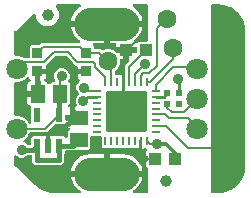
<source format=gbr>
G04 EAGLE Gerber RS-274X export*
G75*
%MOMM*%
%FSLAX34Y34*%
%LPD*%
%INBottom Copper*%
%IPPOS*%
%AMOC8*
5,1,8,0,0,1.08239X$1,22.5*%
G01*
%ADD10C,1.000000*%
%ADD11R,1.240000X1.500000*%
%ADD12R,1.500000X1.240000*%
%ADD13R,0.900000X0.900000*%
%ADD14C,0.350000*%
%ADD15R,0.800000X0.250000*%
%ADD16R,0.250000X0.800000*%
%ADD17C,1.600000*%
%ADD18R,1.075000X1.000000*%
%ADD19R,0.550000X1.200000*%
%ADD20C,1.800000*%
%ADD21C,2.800000*%
%ADD22R,0.500000X0.500000*%
%ADD23C,0.906400*%
%ADD24C,0.203200*%
%ADD25C,0.406400*%
%ADD26C,0.254000*%
%ADD27C,0.304800*%
%ADD28C,0.800100*%

G36*
X298472Y-80007D02*
X298472Y-80007D01*
X298550Y-80005D01*
X301927Y-79740D01*
X301995Y-79726D01*
X302064Y-79721D01*
X302220Y-79681D01*
X308644Y-77594D01*
X308751Y-77544D01*
X308862Y-77500D01*
X308913Y-77467D01*
X308932Y-77459D01*
X308947Y-77446D01*
X308998Y-77414D01*
X314462Y-73443D01*
X314549Y-73362D01*
X314596Y-73323D01*
X314602Y-73319D01*
X314603Y-73318D01*
X314641Y-73286D01*
X314679Y-73240D01*
X314694Y-73226D01*
X314705Y-73208D01*
X314743Y-73162D01*
X318714Y-67698D01*
X318771Y-67594D01*
X318835Y-67494D01*
X318857Y-67437D01*
X318867Y-67419D01*
X318872Y-67399D01*
X318894Y-67344D01*
X320981Y-60920D01*
X320994Y-60852D01*
X321017Y-60786D01*
X321040Y-60627D01*
X321305Y-57250D01*
X321305Y-57246D01*
X321306Y-57243D01*
X321305Y-57224D01*
X321309Y-57150D01*
X321309Y57150D01*
X321307Y57172D01*
X321305Y57250D01*
X321040Y60627D01*
X321026Y60695D01*
X321021Y60764D01*
X320981Y60920D01*
X318894Y67344D01*
X318843Y67451D01*
X318800Y67562D01*
X318767Y67613D01*
X318759Y67632D01*
X318746Y67647D01*
X318714Y67698D01*
X314743Y73162D01*
X314662Y73249D01*
X314587Y73341D01*
X314540Y73379D01*
X314526Y73394D01*
X314509Y73405D01*
X314463Y73443D01*
X308998Y77414D01*
X308894Y77471D01*
X308794Y77535D01*
X308737Y77557D01*
X308719Y77567D01*
X308699Y77572D01*
X308644Y77594D01*
X302220Y79681D01*
X302152Y79694D01*
X302086Y79717D01*
X301927Y79740D01*
X298550Y80005D01*
X298528Y80004D01*
X298450Y80009D01*
X293370Y80009D01*
X293252Y79994D01*
X293133Y79987D01*
X293095Y79974D01*
X293054Y79969D01*
X292944Y79926D01*
X292831Y79889D01*
X292796Y79867D01*
X292759Y79852D01*
X292663Y79783D01*
X292562Y79719D01*
X292534Y79689D01*
X292501Y79666D01*
X292426Y79574D01*
X292344Y79487D01*
X292324Y79452D01*
X292299Y79421D01*
X292248Y79313D01*
X292190Y79209D01*
X292180Y79169D01*
X292163Y79133D01*
X292141Y79016D01*
X292111Y78901D01*
X292107Y78841D01*
X292103Y78821D01*
X292105Y78800D01*
X292101Y78740D01*
X292101Y-78740D01*
X292116Y-78858D01*
X292123Y-78977D01*
X292136Y-79015D01*
X292141Y-79056D01*
X292184Y-79166D01*
X292221Y-79279D01*
X292243Y-79314D01*
X292258Y-79351D01*
X292328Y-79447D01*
X292391Y-79548D01*
X292421Y-79576D01*
X292444Y-79609D01*
X292536Y-79685D01*
X292623Y-79766D01*
X292658Y-79786D01*
X292689Y-79811D01*
X292797Y-79862D01*
X292901Y-79920D01*
X292941Y-79930D01*
X292977Y-79947D01*
X293094Y-79969D01*
X293209Y-79999D01*
X293270Y-80003D01*
X293290Y-80007D01*
X293310Y-80005D01*
X293370Y-80009D01*
X298450Y-80009D01*
X298472Y-80007D01*
G37*
G36*
X180756Y-79991D02*
X180756Y-79991D01*
X180901Y-79976D01*
X180914Y-79971D01*
X180927Y-79969D01*
X181062Y-79916D01*
X181199Y-79865D01*
X181210Y-79857D01*
X181223Y-79852D01*
X181341Y-79767D01*
X181460Y-79684D01*
X181469Y-79674D01*
X181480Y-79666D01*
X181573Y-79553D01*
X181668Y-79443D01*
X181674Y-79431D01*
X181683Y-79421D01*
X181745Y-79289D01*
X181810Y-79158D01*
X181813Y-79145D01*
X181818Y-79133D01*
X181846Y-78990D01*
X181876Y-78847D01*
X181876Y-78834D01*
X181878Y-78821D01*
X181869Y-78676D01*
X181863Y-78530D01*
X181859Y-78516D01*
X181858Y-78503D01*
X181814Y-78365D01*
X181772Y-78225D01*
X181765Y-78213D01*
X181760Y-78201D01*
X181682Y-78077D01*
X181607Y-77953D01*
X181598Y-77943D01*
X181590Y-77932D01*
X181484Y-77832D01*
X181380Y-77730D01*
X181365Y-77720D01*
X181359Y-77714D01*
X181344Y-77706D01*
X181246Y-77641D01*
X180626Y-77283D01*
X178906Y-75963D01*
X177372Y-74429D01*
X176052Y-72709D01*
X174968Y-70832D01*
X174139Y-68828D01*
X173577Y-66734D01*
X173486Y-66039D01*
X202565Y-66039D01*
X202683Y-66024D01*
X202802Y-66017D01*
X202840Y-66004D01*
X202880Y-65999D01*
X202991Y-65956D01*
X203104Y-65919D01*
X203138Y-65897D01*
X203176Y-65882D01*
X203272Y-65812D01*
X203373Y-65749D01*
X203401Y-65719D01*
X203433Y-65695D01*
X203509Y-65604D01*
X203591Y-65517D01*
X203610Y-65482D01*
X203636Y-65451D01*
X203687Y-65343D01*
X203744Y-65239D01*
X203755Y-65199D01*
X203772Y-65163D01*
X203794Y-65046D01*
X203824Y-64931D01*
X203828Y-64870D01*
X203832Y-64850D01*
X203830Y-64830D01*
X203834Y-64770D01*
X203834Y-63499D01*
X203836Y-63499D01*
X203836Y-64770D01*
X203851Y-64888D01*
X203858Y-65007D01*
X203871Y-65045D01*
X203876Y-65085D01*
X203920Y-65196D01*
X203956Y-65309D01*
X203978Y-65344D01*
X203993Y-65381D01*
X204063Y-65477D01*
X204126Y-65578D01*
X204156Y-65606D01*
X204180Y-65639D01*
X204271Y-65714D01*
X204358Y-65796D01*
X204393Y-65816D01*
X204425Y-65841D01*
X204532Y-65892D01*
X204637Y-65950D01*
X204676Y-65960D01*
X204712Y-65977D01*
X204829Y-65999D01*
X204944Y-66029D01*
X205005Y-66033D01*
X205025Y-66037D01*
X205045Y-66035D01*
X205105Y-66039D01*
X234184Y-66039D01*
X234093Y-66734D01*
X233531Y-68828D01*
X232702Y-70832D01*
X231618Y-72709D01*
X230298Y-74429D01*
X228764Y-75963D01*
X227044Y-77283D01*
X226424Y-77641D01*
X226308Y-77729D01*
X226190Y-77814D01*
X226181Y-77825D01*
X226171Y-77833D01*
X226080Y-77947D01*
X225987Y-78059D01*
X225981Y-78072D01*
X225973Y-78082D01*
X225913Y-78216D01*
X225852Y-78347D01*
X225849Y-78360D01*
X225843Y-78373D01*
X225819Y-78518D01*
X225792Y-78660D01*
X225793Y-78673D01*
X225790Y-78686D01*
X225803Y-78832D01*
X225812Y-78977D01*
X225816Y-78990D01*
X225817Y-79003D01*
X225865Y-79141D01*
X225910Y-79279D01*
X225917Y-79291D01*
X225921Y-79304D01*
X226002Y-79425D01*
X226080Y-79548D01*
X226090Y-79557D01*
X226097Y-79569D01*
X226205Y-79666D01*
X226311Y-79766D01*
X226323Y-79773D01*
X226333Y-79782D01*
X226463Y-79849D01*
X226590Y-79920D01*
X226603Y-79923D01*
X226615Y-79929D01*
X226757Y-79963D01*
X226898Y-79999D01*
X226916Y-80000D01*
X226924Y-80002D01*
X226942Y-80002D01*
X227058Y-80009D01*
X237490Y-80009D01*
X237608Y-79994D01*
X237727Y-79987D01*
X237765Y-79974D01*
X237806Y-79969D01*
X237916Y-79926D01*
X238029Y-79889D01*
X238064Y-79867D01*
X238101Y-79852D01*
X238197Y-79783D01*
X238298Y-79719D01*
X238326Y-79689D01*
X238359Y-79666D01*
X238435Y-79574D01*
X238516Y-79487D01*
X238536Y-79452D01*
X238561Y-79421D01*
X238612Y-79313D01*
X238670Y-79209D01*
X238680Y-79169D01*
X238697Y-79133D01*
X238719Y-79016D01*
X238749Y-78901D01*
X238753Y-78841D01*
X238757Y-78821D01*
X238755Y-78800D01*
X238759Y-78740D01*
X238759Y-59045D01*
X238746Y-58940D01*
X238742Y-58834D01*
X238726Y-58783D01*
X238719Y-58729D01*
X238680Y-58631D01*
X238650Y-58530D01*
X238622Y-58484D01*
X238602Y-58433D01*
X238540Y-58348D01*
X238486Y-58257D01*
X238447Y-58220D01*
X238416Y-58176D01*
X238334Y-58109D01*
X238259Y-58035D01*
X238187Y-57987D01*
X238171Y-57973D01*
X238156Y-57967D01*
X238125Y-57945D01*
X237930Y-57833D01*
X237457Y-57360D01*
X237122Y-56781D01*
X236949Y-56134D01*
X236949Y-53299D01*
X237490Y-53299D01*
X237608Y-53284D01*
X237727Y-53277D01*
X237765Y-53264D01*
X237806Y-53259D01*
X237916Y-53216D01*
X238029Y-53179D01*
X238064Y-53157D01*
X238101Y-53142D01*
X238197Y-53073D01*
X238298Y-53009D01*
X238326Y-52979D01*
X238359Y-52956D01*
X238435Y-52864D01*
X238516Y-52777D01*
X238536Y-52742D01*
X238561Y-52711D01*
X238612Y-52603D01*
X238670Y-52499D01*
X238680Y-52459D01*
X238697Y-52423D01*
X238719Y-52306D01*
X238749Y-52191D01*
X238753Y-52131D01*
X238757Y-52111D01*
X238755Y-52090D01*
X238759Y-52030D01*
X238759Y-49570D01*
X238744Y-49452D01*
X238737Y-49333D01*
X238724Y-49295D01*
X238719Y-49254D01*
X238676Y-49144D01*
X238639Y-49031D01*
X238617Y-48996D01*
X238602Y-48959D01*
X238533Y-48862D01*
X238469Y-48762D01*
X238439Y-48734D01*
X238416Y-48701D01*
X238324Y-48625D01*
X238237Y-48544D01*
X238202Y-48524D01*
X238171Y-48499D01*
X238063Y-48448D01*
X237959Y-48390D01*
X237919Y-48380D01*
X237883Y-48363D01*
X237766Y-48341D01*
X237651Y-48311D01*
X237591Y-48307D01*
X237571Y-48303D01*
X237550Y-48305D01*
X237490Y-48301D01*
X236949Y-48301D01*
X236949Y-45466D01*
X237122Y-44819D01*
X237457Y-44240D01*
X237702Y-43995D01*
X237788Y-43885D01*
X237876Y-43778D01*
X237885Y-43759D01*
X237897Y-43743D01*
X237953Y-43616D01*
X238012Y-43490D01*
X238016Y-43470D01*
X238024Y-43451D01*
X238045Y-43314D01*
X238072Y-43177D01*
X238070Y-43157D01*
X238074Y-43137D01*
X238060Y-42999D01*
X238052Y-42860D01*
X238046Y-42841D01*
X238044Y-42821D01*
X237997Y-42689D01*
X237954Y-42558D01*
X237943Y-42541D01*
X237936Y-42521D01*
X237858Y-42406D01*
X237784Y-42289D01*
X237769Y-42275D01*
X237758Y-42258D01*
X237653Y-42166D01*
X237552Y-42071D01*
X237534Y-42061D01*
X237519Y-42048D01*
X237395Y-41984D01*
X237274Y-41917D01*
X237254Y-41912D01*
X237236Y-41903D01*
X237100Y-41873D01*
X236966Y-41838D01*
X236938Y-41836D01*
X236926Y-41833D01*
X236905Y-41834D01*
X236805Y-41828D01*
X235996Y-41828D01*
X235904Y-41839D01*
X235812Y-41841D01*
X235747Y-41859D01*
X235680Y-41868D01*
X235594Y-41902D01*
X235505Y-41926D01*
X235400Y-41978D01*
X235385Y-41985D01*
X235378Y-41990D01*
X235361Y-41998D01*
X235076Y-42163D01*
X234429Y-42336D01*
X234114Y-42336D01*
X234114Y-35795D01*
X234099Y-35677D01*
X234092Y-35558D01*
X234080Y-35520D01*
X234075Y-35480D01*
X234031Y-35369D01*
X233994Y-35256D01*
X233972Y-35222D01*
X233958Y-35184D01*
X233888Y-35088D01*
X233824Y-34987D01*
X233794Y-34959D01*
X233771Y-34927D01*
X233679Y-34851D01*
X233592Y-34769D01*
X233557Y-34750D01*
X233526Y-34724D01*
X233418Y-34673D01*
X233314Y-34616D01*
X233275Y-34606D01*
X233238Y-34588D01*
X233121Y-34566D01*
X233006Y-34536D01*
X232946Y-34532D01*
X232926Y-34529D01*
X232925Y-34529D01*
X232905Y-34530D01*
X232845Y-34526D01*
X232727Y-34541D01*
X232608Y-34548D01*
X232569Y-34561D01*
X232529Y-34566D01*
X232419Y-34610D01*
X232305Y-34646D01*
X232271Y-34668D01*
X232234Y-34683D01*
X232137Y-34753D01*
X232037Y-34817D01*
X232009Y-34846D01*
X231976Y-34870D01*
X231900Y-34962D01*
X231819Y-35048D01*
X231799Y-35084D01*
X231773Y-35115D01*
X231723Y-35222D01*
X231665Y-35327D01*
X231655Y-35366D01*
X231638Y-35402D01*
X231616Y-35519D01*
X231586Y-35635D01*
X231582Y-35695D01*
X231578Y-35715D01*
X231579Y-35735D01*
X231576Y-35795D01*
X231576Y-42336D01*
X231261Y-42336D01*
X230614Y-42163D01*
X230329Y-41998D01*
X230244Y-41962D01*
X230163Y-41917D01*
X230098Y-41901D01*
X230036Y-41875D01*
X229944Y-41861D01*
X229855Y-41838D01*
X229738Y-41831D01*
X229721Y-41828D01*
X229713Y-41829D01*
X229694Y-41828D01*
X200753Y-41828D01*
X199562Y-40637D01*
X199562Y-32847D01*
X199547Y-32729D01*
X199540Y-32610D01*
X199527Y-32572D01*
X199522Y-32531D01*
X199479Y-32421D01*
X199442Y-32308D01*
X199420Y-32273D01*
X199405Y-32236D01*
X199336Y-32140D01*
X199272Y-32039D01*
X199242Y-32011D01*
X199219Y-31978D01*
X199127Y-31902D01*
X199040Y-31821D01*
X199005Y-31801D01*
X198974Y-31776D01*
X198866Y-31725D01*
X198762Y-31667D01*
X198722Y-31657D01*
X198686Y-31640D01*
X198569Y-31618D01*
X198454Y-31588D01*
X198394Y-31584D01*
X198374Y-31580D01*
X198353Y-31582D01*
X198293Y-31578D01*
X191142Y-31578D01*
X191024Y-31593D01*
X190905Y-31600D01*
X190867Y-31613D01*
X190826Y-31618D01*
X190716Y-31661D01*
X190603Y-31698D01*
X190568Y-31720D01*
X190531Y-31735D01*
X190435Y-31804D01*
X190334Y-31868D01*
X190306Y-31898D01*
X190273Y-31921D01*
X190197Y-32013D01*
X190116Y-32100D01*
X190096Y-32135D01*
X190071Y-32166D01*
X190020Y-32274D01*
X189962Y-32378D01*
X189952Y-32418D01*
X189935Y-32454D01*
X189913Y-32571D01*
X189883Y-32686D01*
X189879Y-32746D01*
X189875Y-32766D01*
X189877Y-32787D01*
X189873Y-32847D01*
X189873Y-41942D01*
X188682Y-43133D01*
X178381Y-43133D01*
X178283Y-43145D01*
X178184Y-43148D01*
X178126Y-43165D01*
X178066Y-43173D01*
X177974Y-43209D01*
X177879Y-43237D01*
X177827Y-43267D01*
X177770Y-43290D01*
X177690Y-43348D01*
X177605Y-43398D01*
X177529Y-43464D01*
X177513Y-43476D01*
X177505Y-43486D01*
X177484Y-43504D01*
X177253Y-43736D01*
X169857Y-43736D01*
X169739Y-43751D01*
X169620Y-43758D01*
X169582Y-43771D01*
X169541Y-43776D01*
X169431Y-43819D01*
X169318Y-43856D01*
X169283Y-43878D01*
X169246Y-43893D01*
X169150Y-43962D01*
X169049Y-44026D01*
X169021Y-44056D01*
X168988Y-44079D01*
X168912Y-44171D01*
X168831Y-44258D01*
X168811Y-44293D01*
X168786Y-44324D01*
X168735Y-44432D01*
X168677Y-44536D01*
X168667Y-44576D01*
X168650Y-44612D01*
X168628Y-44729D01*
X168598Y-44844D01*
X168594Y-44904D01*
X168590Y-44924D01*
X168592Y-44945D01*
X168588Y-45005D01*
X168588Y-46513D01*
X168241Y-46859D01*
X168181Y-46938D01*
X168113Y-47010D01*
X168084Y-47063D01*
X168047Y-47111D01*
X168007Y-47201D01*
X167959Y-47288D01*
X167944Y-47347D01*
X167920Y-47402D01*
X167905Y-47500D01*
X167880Y-47596D01*
X167874Y-47696D01*
X167870Y-47716D01*
X167872Y-47729D01*
X167870Y-47757D01*
X167870Y-53754D01*
X165489Y-56135D01*
X143121Y-56135D01*
X140740Y-53754D01*
X140740Y-48514D01*
X140725Y-48396D01*
X140718Y-48277D01*
X140705Y-48239D01*
X140700Y-48198D01*
X140657Y-48088D01*
X140620Y-47975D01*
X140598Y-47940D01*
X140583Y-47903D01*
X140514Y-47807D01*
X140450Y-47706D01*
X140420Y-47678D01*
X140397Y-47645D01*
X140305Y-47569D01*
X140218Y-47488D01*
X140183Y-47468D01*
X140152Y-47443D01*
X140044Y-47392D01*
X139940Y-47334D01*
X139900Y-47324D01*
X139864Y-47307D01*
X139747Y-47285D01*
X139632Y-47255D01*
X139572Y-47251D01*
X139552Y-47247D01*
X139531Y-47249D01*
X139471Y-47245D01*
X137825Y-47245D01*
X137727Y-47257D01*
X137628Y-47260D01*
X137570Y-47277D01*
X137509Y-47285D01*
X137417Y-47321D01*
X137322Y-47349D01*
X137270Y-47379D01*
X137214Y-47402D01*
X137134Y-47460D01*
X137048Y-47510D01*
X136973Y-47576D01*
X136956Y-47588D01*
X136949Y-47598D01*
X136927Y-47616D01*
X135799Y-48745D01*
X133386Y-49745D01*
X130774Y-49745D01*
X128361Y-48745D01*
X127898Y-48281D01*
X127788Y-48196D01*
X127681Y-48108D01*
X127662Y-48099D01*
X127646Y-48087D01*
X127518Y-48031D01*
X127393Y-47972D01*
X127373Y-47968D01*
X127354Y-47960D01*
X127216Y-47938D01*
X127081Y-47912D01*
X127060Y-47913D01*
X127040Y-47910D01*
X126901Y-47923D01*
X126763Y-47932D01*
X126744Y-47938D01*
X126724Y-47940D01*
X126593Y-47987D01*
X126461Y-48030D01*
X126443Y-48041D01*
X126424Y-48048D01*
X126310Y-48126D01*
X126192Y-48200D01*
X126178Y-48215D01*
X126161Y-48226D01*
X126069Y-48330D01*
X125974Y-48432D01*
X125964Y-48450D01*
X125951Y-48465D01*
X125888Y-48588D01*
X125820Y-48710D01*
X125815Y-48730D01*
X125806Y-48748D01*
X125776Y-48884D01*
X125741Y-49018D01*
X125739Y-49046D01*
X125737Y-49058D01*
X125737Y-49079D01*
X125731Y-49179D01*
X125731Y-56515D01*
X125746Y-56633D01*
X125753Y-56752D01*
X125766Y-56790D01*
X125771Y-56831D01*
X125814Y-56941D01*
X125851Y-57054D01*
X125873Y-57089D01*
X125888Y-57126D01*
X125958Y-57222D01*
X126021Y-57323D01*
X126051Y-57351D01*
X126074Y-57384D01*
X126166Y-57460D01*
X126253Y-57541D01*
X126288Y-57561D01*
X126319Y-57586D01*
X126427Y-57637D01*
X126531Y-57695D01*
X126571Y-57705D01*
X126607Y-57722D01*
X126724Y-57744D01*
X126839Y-57774D01*
X126900Y-57778D01*
X126920Y-57782D01*
X126940Y-57780D01*
X127000Y-57784D01*
X128052Y-57784D01*
X143582Y-73314D01*
X143598Y-73327D01*
X143643Y-73371D01*
X145766Y-75233D01*
X145803Y-75258D01*
X145834Y-75289D01*
X145968Y-75378D01*
X150849Y-78196D01*
X150928Y-78229D01*
X151003Y-78271D01*
X151132Y-78315D01*
X151142Y-78319D01*
X151147Y-78320D01*
X151155Y-78323D01*
X156599Y-79781D01*
X156643Y-79787D01*
X156685Y-79801D01*
X156845Y-79822D01*
X159663Y-80007D01*
X159684Y-80005D01*
X159746Y-80009D01*
X180612Y-80009D01*
X180756Y-79991D01*
G37*
G36*
X217963Y12951D02*
X217963Y12951D01*
X218082Y12958D01*
X218120Y12971D01*
X218161Y12976D01*
X218271Y13020D01*
X218385Y13056D01*
X218419Y13078D01*
X218456Y13093D01*
X218553Y13163D01*
X218653Y13227D01*
X218681Y13256D01*
X218714Y13280D01*
X218790Y13372D01*
X218871Y13458D01*
X218891Y13494D01*
X218917Y13525D01*
X218967Y13632D01*
X219025Y13737D01*
X219035Y13776D01*
X219052Y13812D01*
X219074Y13929D01*
X219104Y14045D01*
X219108Y14105D01*
X219112Y14125D01*
X219111Y14145D01*
X219114Y14205D01*
X219114Y20893D01*
X219138Y20903D01*
X219234Y20972D01*
X219335Y21036D01*
X219363Y21066D01*
X219396Y21089D01*
X219472Y21181D01*
X219553Y21268D01*
X219573Y21303D01*
X219598Y21334D01*
X219649Y21442D01*
X219707Y21546D01*
X219717Y21586D01*
X219734Y21622D01*
X219756Y21739D01*
X219786Y21854D01*
X219790Y21914D01*
X219794Y21934D01*
X219792Y21955D01*
X219796Y22015D01*
X219796Y28528D01*
X222836Y31568D01*
X222921Y31677D01*
X223010Y31784D01*
X223018Y31803D01*
X223031Y31819D01*
X223086Y31947D01*
X223145Y32072D01*
X223149Y32092D01*
X223157Y32111D01*
X223179Y32249D01*
X223205Y32385D01*
X223204Y32405D01*
X223207Y32425D01*
X223194Y32564D01*
X223185Y32702D01*
X223179Y32721D01*
X223177Y32741D01*
X223130Y32873D01*
X223087Y33004D01*
X223077Y33022D01*
X223070Y33041D01*
X222992Y33156D01*
X222917Y33273D01*
X222902Y33287D01*
X222891Y33304D01*
X222787Y33396D01*
X222686Y33491D01*
X222668Y33501D01*
X222653Y33514D01*
X222599Y33542D01*
X222599Y38776D01*
X228423Y38776D01*
X228541Y38791D01*
X228660Y38798D01*
X228698Y38810D01*
X228739Y38816D01*
X228849Y38859D01*
X228962Y38896D01*
X228997Y38918D01*
X229034Y38933D01*
X229130Y39002D01*
X229231Y39066D01*
X229259Y39096D01*
X229292Y39119D01*
X229368Y39211D01*
X229449Y39298D01*
X229469Y39333D01*
X229494Y39364D01*
X229545Y39472D01*
X229603Y39576D01*
X229613Y39616D01*
X229630Y39652D01*
X229652Y39769D01*
X229682Y39884D01*
X229686Y39944D01*
X229690Y39964D01*
X229688Y39985D01*
X229692Y40045D01*
X229692Y42505D01*
X229677Y42623D01*
X229670Y42742D01*
X229657Y42780D01*
X229652Y42821D01*
X229609Y42931D01*
X229572Y43044D01*
X229550Y43079D01*
X229535Y43116D01*
X229466Y43212D01*
X229402Y43313D01*
X229372Y43341D01*
X229349Y43374D01*
X229257Y43450D01*
X229170Y43531D01*
X229135Y43551D01*
X229104Y43576D01*
X228996Y43627D01*
X228892Y43685D01*
X228852Y43695D01*
X228816Y43712D01*
X228699Y43734D01*
X228584Y43764D01*
X228524Y43768D01*
X228504Y43772D01*
X228483Y43770D01*
X228423Y43774D01*
X221330Y43774D01*
X221212Y43759D01*
X221093Y43752D01*
X221055Y43739D01*
X221015Y43734D01*
X220904Y43691D01*
X220791Y43654D01*
X220757Y43632D01*
X220719Y43617D01*
X220623Y43548D01*
X220522Y43484D01*
X220494Y43454D01*
X220462Y43431D01*
X220386Y43339D01*
X220304Y43252D01*
X220285Y43217D01*
X220259Y43186D01*
X220208Y43078D01*
X220151Y42974D01*
X220141Y42934D01*
X220123Y42898D01*
X220103Y42791D01*
X220099Y42821D01*
X220055Y42931D01*
X220019Y43044D01*
X219997Y43079D01*
X219982Y43116D01*
X219912Y43212D01*
X219849Y43313D01*
X219819Y43341D01*
X219795Y43374D01*
X219704Y43450D01*
X219617Y43531D01*
X219582Y43551D01*
X219550Y43576D01*
X219443Y43627D01*
X219338Y43685D01*
X219299Y43695D01*
X219263Y43712D01*
X219146Y43734D01*
X219030Y43764D01*
X218970Y43768D01*
X218950Y43772D01*
X218930Y43770D01*
X218870Y43774D01*
X212184Y43774D01*
X212184Y45690D01*
X212169Y45808D01*
X212162Y45927D01*
X212149Y45965D01*
X212144Y46006D01*
X212101Y46116D01*
X212064Y46229D01*
X212042Y46264D01*
X212027Y46301D01*
X211958Y46397D01*
X211894Y46498D01*
X211864Y46526D01*
X211841Y46559D01*
X211749Y46635D01*
X211662Y46716D01*
X211627Y46736D01*
X211596Y46761D01*
X211488Y46812D01*
X211384Y46870D01*
X211344Y46880D01*
X211308Y46897D01*
X211191Y46919D01*
X211076Y46949D01*
X211016Y46953D01*
X210996Y46957D01*
X210975Y46955D01*
X210915Y46959D01*
X206374Y46959D01*
X206374Y60961D01*
X234184Y60961D01*
X234093Y60266D01*
X233531Y58172D01*
X232702Y56168D01*
X231618Y54291D01*
X230298Y52571D01*
X228764Y51037D01*
X227390Y49983D01*
X227359Y49952D01*
X227324Y49928D01*
X227247Y49841D01*
X227164Y49759D01*
X227142Y49722D01*
X227113Y49690D01*
X227060Y49586D01*
X227000Y49486D01*
X226988Y49445D01*
X226969Y49407D01*
X226943Y49293D01*
X226910Y49181D01*
X226908Y49138D01*
X226899Y49096D01*
X226903Y48980D01*
X226898Y48863D01*
X226907Y48821D01*
X226909Y48778D01*
X226941Y48667D01*
X226966Y48553D01*
X226985Y48514D01*
X226997Y48473D01*
X227056Y48373D01*
X227109Y48268D01*
X227137Y48236D01*
X227159Y48199D01*
X227265Y48078D01*
X227508Y47835D01*
X227743Y47428D01*
X227819Y47328D01*
X227890Y47223D01*
X227915Y47201D01*
X227936Y47174D01*
X228034Y47096D01*
X228128Y47013D01*
X228158Y46998D01*
X228185Y46977D01*
X228300Y46926D01*
X228412Y46868D01*
X228444Y46861D01*
X228475Y46847D01*
X228599Y46826D01*
X228722Y46799D01*
X228756Y46800D01*
X228789Y46794D01*
X228914Y46805D01*
X229040Y46808D01*
X229072Y46818D01*
X229106Y46821D01*
X229224Y46862D01*
X229345Y46897D01*
X229374Y46914D01*
X229406Y46925D01*
X229511Y46995D01*
X229619Y47058D01*
X229656Y47091D01*
X229671Y47101D01*
X229686Y47117D01*
X229740Y47165D01*
X230883Y48308D01*
X237490Y48308D01*
X237608Y48323D01*
X237727Y48330D01*
X237765Y48343D01*
X237806Y48348D01*
X237916Y48391D01*
X238029Y48428D01*
X238064Y48450D01*
X238101Y48465D01*
X238197Y48534D01*
X238298Y48598D01*
X238326Y48628D01*
X238359Y48651D01*
X238435Y48743D01*
X238516Y48830D01*
X238536Y48865D01*
X238561Y48896D01*
X238612Y49004D01*
X238670Y49108D01*
X238680Y49148D01*
X238697Y49184D01*
X238719Y49301D01*
X238749Y49416D01*
X238753Y49476D01*
X238757Y49496D01*
X238755Y49517D01*
X238759Y49577D01*
X238759Y78740D01*
X238744Y78858D01*
X238737Y78977D01*
X238724Y79015D01*
X238719Y79056D01*
X238676Y79166D01*
X238639Y79279D01*
X238617Y79314D01*
X238602Y79351D01*
X238533Y79447D01*
X238469Y79548D01*
X238439Y79576D01*
X238416Y79609D01*
X238324Y79685D01*
X238237Y79766D01*
X238202Y79786D01*
X238171Y79811D01*
X238063Y79862D01*
X237959Y79920D01*
X237919Y79930D01*
X237883Y79947D01*
X237766Y79969D01*
X237651Y79999D01*
X237591Y80003D01*
X237571Y80007D01*
X237550Y80005D01*
X237490Y80009D01*
X227058Y80009D01*
X226914Y79991D01*
X226769Y79976D01*
X226756Y79971D01*
X226743Y79969D01*
X226608Y79916D01*
X226471Y79865D01*
X226460Y79857D01*
X226447Y79852D01*
X226329Y79767D01*
X226210Y79684D01*
X226201Y79674D01*
X226190Y79666D01*
X226097Y79553D01*
X226002Y79443D01*
X225996Y79431D01*
X225987Y79421D01*
X225925Y79289D01*
X225860Y79158D01*
X225857Y79145D01*
X225852Y79133D01*
X225824Y78990D01*
X225794Y78847D01*
X225794Y78834D01*
X225792Y78821D01*
X225801Y78676D01*
X225807Y78530D01*
X225811Y78516D01*
X225812Y78503D01*
X225856Y78365D01*
X225898Y78225D01*
X225905Y78213D01*
X225910Y78201D01*
X225988Y78077D01*
X226063Y77953D01*
X226072Y77943D01*
X226080Y77932D01*
X226186Y77832D01*
X226290Y77730D01*
X226305Y77720D01*
X226311Y77714D01*
X226326Y77706D01*
X226424Y77641D01*
X227044Y77283D01*
X228764Y75963D01*
X230298Y74429D01*
X231618Y72709D01*
X232702Y70832D01*
X233531Y68828D01*
X234093Y66734D01*
X234184Y66039D01*
X205105Y66039D01*
X204987Y66024D01*
X204868Y66017D01*
X204830Y66004D01*
X204790Y65999D01*
X204679Y65956D01*
X204566Y65919D01*
X204532Y65897D01*
X204494Y65882D01*
X204398Y65812D01*
X204297Y65749D01*
X204269Y65719D01*
X204237Y65695D01*
X204161Y65604D01*
X204079Y65517D01*
X204060Y65482D01*
X204034Y65451D01*
X203983Y65343D01*
X203926Y65239D01*
X203915Y65199D01*
X203898Y65163D01*
X203876Y65046D01*
X203846Y64931D01*
X203842Y64870D01*
X203838Y64850D01*
X203840Y64830D01*
X203836Y64770D01*
X203836Y63499D01*
X203834Y63499D01*
X203834Y64770D01*
X203819Y64888D01*
X203812Y65007D01*
X203799Y65045D01*
X203794Y65085D01*
X203750Y65196D01*
X203714Y65309D01*
X203692Y65344D01*
X203677Y65381D01*
X203607Y65477D01*
X203544Y65578D01*
X203514Y65606D01*
X203490Y65639D01*
X203399Y65714D01*
X203312Y65796D01*
X203277Y65816D01*
X203245Y65841D01*
X203138Y65892D01*
X203033Y65950D01*
X202994Y65960D01*
X202958Y65977D01*
X202841Y65999D01*
X202726Y66029D01*
X202665Y66033D01*
X202645Y66037D01*
X202625Y66035D01*
X202565Y66039D01*
X173486Y66039D01*
X173577Y66734D01*
X174139Y68828D01*
X174968Y70832D01*
X176052Y72709D01*
X177372Y74429D01*
X178906Y75963D01*
X180626Y77283D01*
X181246Y77641D01*
X181362Y77729D01*
X181480Y77814D01*
X181489Y77825D01*
X181499Y77833D01*
X181590Y77947D01*
X181683Y78059D01*
X181689Y78072D01*
X181697Y78082D01*
X181757Y78216D01*
X181818Y78347D01*
X181821Y78360D01*
X181827Y78373D01*
X181851Y78518D01*
X181878Y78660D01*
X181877Y78673D01*
X181880Y78686D01*
X181867Y78832D01*
X181858Y78977D01*
X181854Y78990D01*
X181853Y79003D01*
X181805Y79141D01*
X181760Y79279D01*
X181753Y79291D01*
X181749Y79304D01*
X181668Y79425D01*
X181590Y79548D01*
X181580Y79557D01*
X181573Y79569D01*
X181465Y79666D01*
X181359Y79766D01*
X181347Y79773D01*
X181337Y79782D01*
X181207Y79849D01*
X181080Y79920D01*
X181067Y79923D01*
X181055Y79929D01*
X180913Y79963D01*
X180772Y79999D01*
X180754Y80000D01*
X180746Y80002D01*
X180728Y80002D01*
X180612Y80009D01*
X162311Y80009D01*
X162179Y79993D01*
X162047Y79982D01*
X162022Y79973D01*
X161995Y79969D01*
X161872Y79921D01*
X161747Y79877D01*
X161724Y79862D01*
X161699Y79852D01*
X161592Y79775D01*
X161482Y79701D01*
X161464Y79681D01*
X161442Y79666D01*
X161357Y79563D01*
X161269Y79465D01*
X161256Y79441D01*
X161239Y79421D01*
X161183Y79301D01*
X161121Y79184D01*
X161115Y79157D01*
X161104Y79133D01*
X161079Y79003D01*
X161048Y78874D01*
X161049Y78847D01*
X161044Y78821D01*
X161052Y78689D01*
X161055Y78556D01*
X161062Y78530D01*
X161064Y78503D01*
X161104Y78377D01*
X161140Y78250D01*
X161157Y78215D01*
X161162Y78201D01*
X161173Y78182D01*
X161211Y78105D01*
X163711Y73776D01*
X163711Y68464D01*
X161054Y63863D01*
X156453Y61206D01*
X151141Y61206D01*
X146540Y63863D01*
X143883Y68464D01*
X143883Y70551D01*
X143866Y70688D01*
X143853Y70827D01*
X143846Y70846D01*
X143843Y70866D01*
X143792Y70995D01*
X143745Y71127D01*
X143734Y71143D01*
X143726Y71162D01*
X143645Y71274D01*
X143567Y71390D01*
X143551Y71403D01*
X143540Y71419D01*
X143432Y71508D01*
X143328Y71600D01*
X143310Y71609D01*
X143295Y71622D01*
X143169Y71682D01*
X143045Y71745D01*
X143025Y71749D01*
X143007Y71758D01*
X142871Y71784D01*
X142735Y71814D01*
X142714Y71814D01*
X142695Y71818D01*
X142556Y71809D01*
X142417Y71805D01*
X142397Y71799D01*
X142377Y71798D01*
X142245Y71755D01*
X142111Y71716D01*
X142094Y71706D01*
X142075Y71700D01*
X141957Y71625D01*
X141837Y71555D01*
X141816Y71536D01*
X141806Y71530D01*
X141792Y71515D01*
X141717Y71448D01*
X128052Y57784D01*
X127000Y57784D01*
X126882Y57769D01*
X126763Y57762D01*
X126725Y57749D01*
X126684Y57744D01*
X126574Y57701D01*
X126461Y57664D01*
X126426Y57642D01*
X126389Y57627D01*
X126293Y57558D01*
X126192Y57494D01*
X126164Y57464D01*
X126131Y57441D01*
X126056Y57349D01*
X125974Y57262D01*
X125954Y57227D01*
X125929Y57196D01*
X125878Y57088D01*
X125820Y56984D01*
X125810Y56944D01*
X125793Y56908D01*
X125771Y56791D01*
X125741Y56676D01*
X125737Y56616D01*
X125733Y56596D01*
X125735Y56575D01*
X125731Y56515D01*
X125731Y37702D01*
X125746Y37584D01*
X125753Y37465D01*
X125766Y37427D01*
X125771Y37386D01*
X125814Y37276D01*
X125851Y37163D01*
X125873Y37128D01*
X125888Y37091D01*
X125958Y36995D01*
X126021Y36894D01*
X126051Y36866D01*
X126074Y36833D01*
X126166Y36757D01*
X126253Y36676D01*
X126288Y36656D01*
X126319Y36631D01*
X126427Y36580D01*
X126531Y36522D01*
X126571Y36512D01*
X126607Y36495D01*
X126724Y36473D01*
X126839Y36443D01*
X126900Y36439D01*
X126920Y36435D01*
X126940Y36437D01*
X127000Y36433D01*
X129830Y36433D01*
X133885Y34753D01*
X134102Y34535D01*
X134180Y34475D01*
X134253Y34407D01*
X134306Y34378D01*
X134353Y34341D01*
X134444Y34301D01*
X134531Y34253D01*
X134590Y34238D01*
X134645Y34214D01*
X134743Y34199D01*
X134839Y34174D01*
X134939Y34168D01*
X134959Y34164D01*
X134972Y34166D01*
X135000Y34164D01*
X137433Y34164D01*
X137551Y34179D01*
X137670Y34186D01*
X137708Y34199D01*
X137749Y34204D01*
X137859Y34247D01*
X137972Y34284D01*
X138007Y34306D01*
X138044Y34321D01*
X138140Y34390D01*
X138241Y34454D01*
X138269Y34484D01*
X138302Y34507D01*
X138378Y34599D01*
X138459Y34686D01*
X138479Y34721D01*
X138504Y34752D01*
X138555Y34860D01*
X138613Y34964D01*
X138623Y35004D01*
X138640Y35040D01*
X138662Y35157D01*
X138692Y35272D01*
X138696Y35332D01*
X138700Y35352D01*
X138698Y35373D01*
X138702Y35433D01*
X138702Y44457D01*
X139893Y45648D01*
X146930Y45648D01*
X147029Y45660D01*
X147128Y45663D01*
X147186Y45680D01*
X147246Y45688D01*
X147338Y45724D01*
X147433Y45752D01*
X147485Y45782D01*
X147542Y45805D01*
X147622Y45863D01*
X147707Y45913D01*
X147782Y45979D01*
X147799Y45991D01*
X147807Y46001D01*
X147828Y46019D01*
X149052Y47244D01*
X180173Y47244D01*
X180318Y47262D01*
X180463Y47277D01*
X180475Y47282D01*
X180489Y47284D01*
X180624Y47337D01*
X180761Y47388D01*
X180772Y47396D01*
X180785Y47401D01*
X180903Y47486D01*
X181022Y47569D01*
X181031Y47579D01*
X181042Y47587D01*
X181135Y47700D01*
X181230Y47810D01*
X181236Y47822D01*
X181245Y47832D01*
X181307Y47964D01*
X181372Y48095D01*
X181375Y48108D01*
X181380Y48120D01*
X181407Y48263D01*
X181438Y48406D01*
X181437Y48419D01*
X181440Y48432D01*
X181431Y48578D01*
X181425Y48724D01*
X181421Y48736D01*
X181420Y48750D01*
X181376Y48888D01*
X181333Y49028D01*
X181326Y49040D01*
X181322Y49052D01*
X181244Y49175D01*
X181169Y49300D01*
X181159Y49310D01*
X181152Y49321D01*
X181046Y49421D01*
X180942Y49523D01*
X180927Y49533D01*
X180920Y49539D01*
X180905Y49547D01*
X180808Y49612D01*
X180626Y49717D01*
X178906Y51037D01*
X177372Y52571D01*
X176052Y54291D01*
X174968Y56168D01*
X174139Y58172D01*
X173577Y60266D01*
X173486Y60961D01*
X201296Y60961D01*
X201296Y46959D01*
X193330Y46959D01*
X193192Y46942D01*
X193053Y46929D01*
X193034Y46922D01*
X193014Y46919D01*
X192885Y46868D01*
X192754Y46821D01*
X192737Y46810D01*
X192718Y46802D01*
X192606Y46721D01*
X192491Y46643D01*
X192478Y46627D01*
X192461Y46616D01*
X192372Y46508D01*
X192280Y46404D01*
X192271Y46386D01*
X192258Y46371D01*
X192199Y46245D01*
X192136Y46121D01*
X192131Y46101D01*
X192123Y46083D01*
X192097Y45946D01*
X192066Y45811D01*
X192067Y45790D01*
X192063Y45771D01*
X192072Y45632D01*
X192076Y45493D01*
X192081Y45473D01*
X192083Y45453D01*
X192125Y45321D01*
X192164Y45187D01*
X192175Y45170D01*
X192181Y45151D01*
X192255Y45033D01*
X192326Y44913D01*
X192344Y44892D01*
X192351Y44882D01*
X192366Y44868D01*
X192432Y44793D01*
X192768Y44457D01*
X192768Y43433D01*
X192783Y43315D01*
X192790Y43196D01*
X192803Y43158D01*
X192808Y43117D01*
X192851Y43007D01*
X192888Y42894D01*
X192910Y42859D01*
X192925Y42822D01*
X192994Y42726D01*
X193058Y42625D01*
X193088Y42597D01*
X193111Y42564D01*
X193203Y42488D01*
X193290Y42407D01*
X193325Y42387D01*
X193356Y42362D01*
X193464Y42311D01*
X193568Y42253D01*
X193608Y42243D01*
X193644Y42226D01*
X193761Y42204D01*
X193876Y42174D01*
X193936Y42170D01*
X193956Y42166D01*
X193977Y42168D01*
X194037Y42164D01*
X199003Y42164D01*
X199875Y41291D01*
X199899Y41273D01*
X199918Y41251D01*
X200024Y41176D01*
X200127Y41096D01*
X200154Y41085D01*
X200178Y41068D01*
X200299Y41022D01*
X200418Y40970D01*
X200448Y40965D01*
X200475Y40955D01*
X200604Y40940D01*
X200733Y40920D01*
X200762Y40923D01*
X200791Y40920D01*
X200920Y40938D01*
X201049Y40950D01*
X201077Y40960D01*
X201106Y40964D01*
X201259Y41016D01*
X203109Y41783D01*
X207101Y41783D01*
X210788Y40255D01*
X211896Y39147D01*
X211974Y39087D01*
X212046Y39019D01*
X212099Y38990D01*
X212147Y38953D01*
X212238Y38913D01*
X212325Y38865D01*
X212383Y38850D01*
X212439Y38826D01*
X212537Y38811D01*
X212633Y38786D01*
X212733Y38780D01*
X212753Y38776D01*
X212765Y38777D01*
X212793Y38776D01*
X217601Y38776D01*
X217601Y33734D01*
X216407Y33734D01*
X216289Y33719D01*
X216170Y33712D01*
X216132Y33699D01*
X216091Y33694D01*
X215981Y33651D01*
X215868Y33614D01*
X215833Y33592D01*
X215796Y33577D01*
X215700Y33508D01*
X215599Y33444D01*
X215571Y33414D01*
X215538Y33391D01*
X215462Y33299D01*
X215381Y33212D01*
X215361Y33177D01*
X215336Y33146D01*
X215285Y33038D01*
X215227Y32934D01*
X215217Y32894D01*
X215200Y32858D01*
X215178Y32741D01*
X215148Y32626D01*
X215144Y32566D01*
X215140Y32546D01*
X215142Y32525D01*
X215138Y32465D01*
X215138Y29754D01*
X213610Y26067D01*
X211265Y23722D01*
X211205Y23644D01*
X211137Y23572D01*
X211108Y23519D01*
X211071Y23471D01*
X211031Y23380D01*
X210983Y23293D01*
X210968Y23235D01*
X210944Y23179D01*
X210929Y23081D01*
X210904Y22985D01*
X210898Y22888D01*
X210896Y22881D01*
X210896Y22878D01*
X210894Y22865D01*
X210896Y22853D01*
X210894Y22825D01*
X210894Y21507D01*
X210909Y21389D01*
X210916Y21270D01*
X210929Y21232D01*
X210934Y21191D01*
X210977Y21081D01*
X211014Y20968D01*
X211036Y20933D01*
X211051Y20896D01*
X211120Y20800D01*
X211184Y20699D01*
X211214Y20671D01*
X211237Y20638D01*
X211329Y20562D01*
X211416Y20481D01*
X211451Y20461D01*
X211482Y20436D01*
X211590Y20385D01*
X211694Y20327D01*
X211734Y20317D01*
X211770Y20300D01*
X211887Y20278D01*
X212002Y20248D01*
X212062Y20244D01*
X212082Y20240D01*
X212103Y20242D01*
X212163Y20238D01*
X214694Y20238D01*
X214786Y20249D01*
X214878Y20251D01*
X214943Y20269D01*
X215010Y20278D01*
X215096Y20312D01*
X215185Y20336D01*
X215290Y20388D01*
X215305Y20395D01*
X215312Y20400D01*
X215329Y20408D01*
X215614Y20573D01*
X216261Y20746D01*
X216576Y20746D01*
X216576Y14205D01*
X216591Y14087D01*
X216598Y13968D01*
X216610Y13930D01*
X216615Y13890D01*
X216659Y13779D01*
X216696Y13666D01*
X216718Y13632D01*
X216732Y13594D01*
X216802Y13498D01*
X216866Y13397D01*
X216896Y13369D01*
X216919Y13337D01*
X217011Y13261D01*
X217098Y13179D01*
X217133Y13160D01*
X217164Y13134D01*
X217272Y13083D01*
X217376Y13026D01*
X217415Y13016D01*
X217452Y12998D01*
X217569Y12976D01*
X217684Y12946D01*
X217744Y12942D01*
X217764Y12939D01*
X217765Y12939D01*
X217785Y12940D01*
X217845Y12936D01*
X217963Y12951D01*
G37*
G36*
X138762Y-21356D02*
X138762Y-21356D01*
X138852Y-21360D01*
X138920Y-21346D01*
X138990Y-21342D01*
X139075Y-21314D01*
X139163Y-21296D01*
X139226Y-21265D01*
X139292Y-21244D01*
X139368Y-21196D01*
X139449Y-21156D01*
X139502Y-21111D01*
X139561Y-21073D01*
X139623Y-21008D01*
X139691Y-20950D01*
X139731Y-20893D01*
X139779Y-20842D01*
X139822Y-20763D01*
X139874Y-20690D01*
X139899Y-20624D01*
X139933Y-20563D01*
X139955Y-20476D01*
X139987Y-20392D01*
X139995Y-20323D01*
X140012Y-20255D01*
X140022Y-20095D01*
X140022Y-6865D01*
X140007Y-6747D01*
X140000Y-6628D01*
X139987Y-6590D01*
X139982Y-6549D01*
X139939Y-6439D01*
X139902Y-6326D01*
X139880Y-6291D01*
X139865Y-6254D01*
X139796Y-6158D01*
X139732Y-6057D01*
X139702Y-6029D01*
X139679Y-5996D01*
X139587Y-5920D01*
X139500Y-5839D01*
X139465Y-5819D01*
X139434Y-5794D01*
X139326Y-5743D01*
X139222Y-5685D01*
X139182Y-5675D01*
X139146Y-5658D01*
X139094Y-5648D01*
X139067Y-5639D01*
X138259Y-5423D01*
X137680Y-5088D01*
X137207Y-4615D01*
X136872Y-4036D01*
X136699Y-3389D01*
X136699Y1906D01*
X144170Y1906D01*
X144288Y1921D01*
X144407Y1928D01*
X144445Y1941D01*
X144485Y1946D01*
X144596Y1989D01*
X144709Y2026D01*
X144744Y2048D01*
X144781Y2063D01*
X144877Y2133D01*
X144978Y2196D01*
X145006Y2226D01*
X145038Y2250D01*
X145114Y2341D01*
X145196Y2428D01*
X145215Y2463D01*
X145241Y2494D01*
X145292Y2602D01*
X145349Y2706D01*
X145360Y2746D01*
X145377Y2782D01*
X145399Y2899D01*
X145429Y3014D01*
X145433Y3075D01*
X145437Y3095D01*
X145435Y3115D01*
X145439Y3175D01*
X145439Y4446D01*
X146710Y4446D01*
X146828Y4461D01*
X146947Y4468D01*
X146985Y4481D01*
X147025Y4486D01*
X147136Y4530D01*
X147249Y4566D01*
X147284Y4588D01*
X147321Y4603D01*
X147417Y4673D01*
X147518Y4736D01*
X147546Y4766D01*
X147578Y4790D01*
X147654Y4881D01*
X147736Y4968D01*
X147755Y5003D01*
X147781Y5035D01*
X147832Y5142D01*
X147889Y5246D01*
X147900Y5286D01*
X147917Y5322D01*
X147939Y5439D01*
X147969Y5554D01*
X147973Y5615D01*
X147977Y5635D01*
X147975Y5655D01*
X147979Y5715D01*
X147979Y14805D01*
X147964Y14923D01*
X147957Y15042D01*
X147944Y15080D01*
X147939Y15121D01*
X147895Y15231D01*
X147859Y15344D01*
X147837Y15379D01*
X147822Y15416D01*
X147752Y15512D01*
X147689Y15613D01*
X147659Y15641D01*
X147635Y15674D01*
X147544Y15750D01*
X147484Y15805D01*
X147484Y20866D01*
X152276Y20866D01*
X152276Y18281D01*
X152103Y17634D01*
X151768Y17055D01*
X151340Y16627D01*
X151259Y16522D01*
X151173Y16421D01*
X151162Y16397D01*
X151145Y16376D01*
X151092Y16254D01*
X151035Y16135D01*
X151029Y16109D01*
X151019Y16084D01*
X150998Y15953D01*
X150972Y15823D01*
X150973Y15796D01*
X150969Y15770D01*
X150981Y15638D01*
X150988Y15506D01*
X150996Y15480D01*
X150999Y15453D01*
X151043Y15328D01*
X151083Y15202D01*
X151097Y15179D01*
X151106Y15154D01*
X151181Y15044D01*
X151250Y14932D01*
X151270Y14913D01*
X151285Y14891D01*
X151384Y14803D01*
X151479Y14711D01*
X151503Y14698D01*
X151523Y14680D01*
X151641Y14620D01*
X151756Y14555D01*
X151793Y14543D01*
X151806Y14535D01*
X151828Y14531D01*
X151909Y14503D01*
X152621Y14313D01*
X153200Y13978D01*
X153673Y13505D01*
X154036Y12876D01*
X154112Y12776D01*
X154183Y12672D01*
X154208Y12649D01*
X154229Y12622D01*
X154327Y12544D01*
X154421Y12461D01*
X154451Y12446D01*
X154478Y12425D01*
X154593Y12374D01*
X154705Y12316D01*
X154738Y12309D01*
X154768Y12295D01*
X154893Y12274D01*
X155015Y12247D01*
X155049Y12248D01*
X155082Y12242D01*
X155207Y12253D01*
X155333Y12256D01*
X155365Y12266D01*
X155399Y12269D01*
X155518Y12310D01*
X155638Y12345D01*
X155667Y12362D01*
X155699Y12373D01*
X155804Y12443D01*
X155912Y12506D01*
X155949Y12539D01*
X155964Y12549D01*
X155979Y12565D01*
X156033Y12613D01*
X157398Y13978D01*
X159143Y13978D01*
X159193Y13984D01*
X159242Y13982D01*
X159350Y14004D01*
X159459Y14018D01*
X159505Y14036D01*
X159554Y14046D01*
X159652Y14094D01*
X159755Y14135D01*
X159795Y14164D01*
X159840Y14186D01*
X159923Y14257D01*
X160012Y14321D01*
X160044Y14360D01*
X160082Y14392D01*
X160145Y14482D01*
X160215Y14566D01*
X160236Y14611D01*
X160265Y14652D01*
X160304Y14755D01*
X160350Y14854D01*
X160360Y14903D01*
X160377Y14949D01*
X160390Y15059D01*
X160410Y15166D01*
X160407Y15216D01*
X160413Y15265D01*
X160397Y15374D01*
X160390Y15484D01*
X160375Y15531D01*
X160368Y15580D01*
X160316Y15733D01*
X159413Y17912D01*
X159413Y20524D01*
X160413Y22937D01*
X162259Y24783D01*
X164672Y25783D01*
X167284Y25783D01*
X169697Y24783D01*
X171543Y22937D01*
X172543Y20524D01*
X172543Y17912D01*
X171524Y15451D01*
X171498Y15422D01*
X171479Y15386D01*
X171455Y15354D01*
X171407Y15245D01*
X171353Y15139D01*
X171344Y15099D01*
X171328Y15062D01*
X171309Y14945D01*
X171283Y14828D01*
X171285Y14788D01*
X171278Y14748D01*
X171289Y14630D01*
X171293Y14511D01*
X171304Y14472D01*
X171308Y14432D01*
X171348Y14320D01*
X171381Y14205D01*
X171402Y14170D01*
X171415Y14132D01*
X171482Y14034D01*
X171543Y13931D01*
X171583Y13886D01*
X171594Y13869D01*
X171609Y13856D01*
X171649Y13810D01*
X172673Y12787D01*
X172673Y-3897D01*
X171577Y-4993D01*
X171492Y-5102D01*
X171403Y-5209D01*
X171395Y-5228D01*
X171382Y-5244D01*
X171327Y-5371D01*
X171268Y-5497D01*
X171264Y-5517D01*
X171256Y-5536D01*
X171234Y-5674D01*
X171208Y-5810D01*
X171209Y-5830D01*
X171206Y-5850D01*
X171219Y-5989D01*
X171228Y-6127D01*
X171234Y-6146D01*
X171236Y-6166D01*
X171283Y-6298D01*
X171326Y-6429D01*
X171337Y-6447D01*
X171343Y-6466D01*
X171422Y-6581D01*
X171496Y-6698D01*
X171511Y-6712D01*
X171522Y-6729D01*
X171626Y-6821D01*
X171728Y-6916D01*
X171745Y-6926D01*
X171760Y-6939D01*
X171885Y-7003D01*
X172006Y-7070D01*
X172026Y-7075D01*
X172044Y-7084D01*
X172180Y-7114D01*
X172314Y-7149D01*
X172342Y-7151D01*
X172354Y-7154D01*
X172374Y-7153D01*
X172475Y-7159D01*
X177232Y-7159D01*
X177282Y-7153D01*
X177331Y-7155D01*
X177439Y-7133D01*
X177548Y-7119D01*
X177594Y-7101D01*
X177643Y-7091D01*
X177741Y-7043D01*
X177843Y-7002D01*
X177884Y-6973D01*
X177928Y-6951D01*
X178012Y-6880D01*
X178101Y-6816D01*
X178132Y-6777D01*
X178170Y-6745D01*
X178233Y-6655D01*
X178304Y-6571D01*
X178325Y-6526D01*
X178353Y-6485D01*
X178392Y-6382D01*
X178439Y-6283D01*
X178448Y-6234D01*
X178466Y-6188D01*
X178478Y-6078D01*
X178499Y-5971D01*
X178496Y-5921D01*
X178501Y-5872D01*
X178486Y-5763D01*
X178479Y-5653D01*
X178464Y-5606D01*
X178457Y-5557D01*
X178405Y-5404D01*
X177585Y-3426D01*
X177585Y-814D01*
X178585Y1599D01*
X180025Y3038D01*
X180098Y3133D01*
X180176Y3222D01*
X180195Y3258D01*
X180220Y3290D01*
X180267Y3399D01*
X180321Y3505D01*
X180330Y3544D01*
X180346Y3582D01*
X180365Y3699D01*
X180391Y3815D01*
X180389Y3856D01*
X180396Y3896D01*
X180385Y4014D01*
X180381Y4133D01*
X180370Y4172D01*
X180366Y4212D01*
X180326Y4324D01*
X180293Y4439D01*
X180272Y4473D01*
X180258Y4512D01*
X180191Y4610D01*
X180131Y4713D01*
X180091Y4758D01*
X180080Y4775D01*
X180064Y4788D01*
X180025Y4833D01*
X179220Y5638D01*
X178220Y8051D01*
X178220Y10663D01*
X179220Y13076D01*
X180623Y14479D01*
X180700Y14578D01*
X180782Y14673D01*
X180797Y14703D01*
X180818Y14730D01*
X180868Y14845D01*
X180924Y14958D01*
X180931Y14991D01*
X180944Y15022D01*
X180964Y15146D01*
X180990Y15269D01*
X180988Y15302D01*
X180994Y15336D01*
X180982Y15461D01*
X180977Y15587D01*
X180967Y15619D01*
X180964Y15652D01*
X180921Y15771D01*
X180885Y15891D01*
X180868Y15920D01*
X180856Y15952D01*
X180786Y16056D01*
X180721Y16163D01*
X180697Y16187D01*
X180678Y16215D01*
X180584Y16298D01*
X180494Y16386D01*
X180453Y16413D01*
X180439Y16425D01*
X180420Y16435D01*
X180360Y16475D01*
X180175Y16582D01*
X179702Y17055D01*
X179367Y17634D01*
X179194Y18281D01*
X179194Y20866D01*
X185255Y20866D01*
X185373Y20881D01*
X185492Y20888D01*
X185530Y20900D01*
X185570Y20906D01*
X185681Y20949D01*
X185794Y20986D01*
X185828Y21008D01*
X185866Y21023D01*
X185962Y21092D01*
X186063Y21156D01*
X186091Y21186D01*
X186123Y21209D01*
X186199Y21301D01*
X186281Y21388D01*
X186300Y21423D01*
X186326Y21454D01*
X186377Y21562D01*
X186434Y21666D01*
X186444Y21706D01*
X186462Y21742D01*
X186484Y21859D01*
X186514Y21974D01*
X186518Y22034D01*
X186521Y22054D01*
X186520Y22075D01*
X186524Y22135D01*
X186524Y24095D01*
X186509Y24213D01*
X186502Y24332D01*
X186489Y24370D01*
X186484Y24411D01*
X186440Y24521D01*
X186404Y24634D01*
X186382Y24669D01*
X186367Y24706D01*
X186297Y24802D01*
X186234Y24903D01*
X186204Y24931D01*
X186180Y24964D01*
X186089Y25040D01*
X186002Y25121D01*
X185967Y25141D01*
X185935Y25166D01*
X185828Y25217D01*
X185723Y25275D01*
X185684Y25285D01*
X185648Y25302D01*
X185531Y25324D01*
X185415Y25354D01*
X185355Y25358D01*
X185335Y25362D01*
X185315Y25360D01*
X185255Y25364D01*
X179194Y25364D01*
X179194Y26797D01*
X179179Y26915D01*
X179172Y27034D01*
X179159Y27072D01*
X179154Y27113D01*
X179111Y27223D01*
X179074Y27336D01*
X179052Y27371D01*
X179037Y27408D01*
X178968Y27504D01*
X178904Y27605D01*
X178874Y27633D01*
X178851Y27666D01*
X178759Y27742D01*
X178672Y27823D01*
X178637Y27843D01*
X178606Y27868D01*
X178498Y27919D01*
X178394Y27977D01*
X178354Y27987D01*
X178318Y28004D01*
X178201Y28026D01*
X178086Y28056D01*
X178026Y28060D01*
X178006Y28064D01*
X177985Y28062D01*
X177925Y28066D01*
X177807Y28066D01*
X175650Y30224D01*
X169924Y35950D01*
X169846Y36010D01*
X169774Y36078D01*
X169721Y36107D01*
X169673Y36144D01*
X169582Y36184D01*
X169495Y36232D01*
X169436Y36247D01*
X169381Y36271D01*
X169283Y36286D01*
X169187Y36311D01*
X169087Y36317D01*
X169067Y36321D01*
X169054Y36319D01*
X169026Y36321D01*
X161174Y36321D01*
X161075Y36309D01*
X160976Y36306D01*
X160918Y36289D01*
X160858Y36281D01*
X160766Y36245D01*
X160671Y36217D01*
X160619Y36187D01*
X160562Y36164D01*
X160482Y36106D01*
X160397Y36056D01*
X160322Y35990D01*
X160305Y35978D01*
X160297Y35968D01*
X160276Y35950D01*
X152647Y28321D01*
X152587Y28243D01*
X152519Y28171D01*
X152490Y28118D01*
X152453Y28070D01*
X152413Y27979D01*
X152365Y27892D01*
X152350Y27833D01*
X152326Y27778D01*
X152311Y27680D01*
X152286Y27584D01*
X152280Y27484D01*
X152276Y27464D01*
X152278Y27451D01*
X152276Y27423D01*
X152276Y25364D01*
X146215Y25364D01*
X146097Y25349D01*
X145978Y25342D01*
X145940Y25329D01*
X145900Y25324D01*
X145789Y25281D01*
X145676Y25244D01*
X145642Y25222D01*
X145604Y25207D01*
X145508Y25138D01*
X145407Y25074D01*
X145379Y25044D01*
X145347Y25021D01*
X145271Y24929D01*
X145189Y24842D01*
X145170Y24807D01*
X145144Y24776D01*
X145093Y24668D01*
X145036Y24564D01*
X145026Y24524D01*
X145008Y24488D01*
X144986Y24371D01*
X144956Y24256D01*
X144952Y24196D01*
X144949Y24176D01*
X144950Y24156D01*
X144949Y24150D01*
X144949Y24142D01*
X144946Y24095D01*
X144946Y23404D01*
X144255Y23404D01*
X144137Y23389D01*
X144018Y23382D01*
X143980Y23369D01*
X143939Y23364D01*
X143829Y23320D01*
X143716Y23284D01*
X143681Y23262D01*
X143644Y23247D01*
X143547Y23177D01*
X143447Y23114D01*
X143419Y23084D01*
X143386Y23060D01*
X143310Y22969D01*
X143229Y22882D01*
X143209Y22847D01*
X143184Y22815D01*
X143133Y22708D01*
X143075Y22603D01*
X143065Y22564D01*
X143048Y22528D01*
X143026Y22411D01*
X142996Y22295D01*
X142992Y22235D01*
X142988Y22215D01*
X142990Y22195D01*
X142986Y22135D01*
X142986Y15255D01*
X142980Y15234D01*
X142963Y15198D01*
X142941Y15081D01*
X142911Y14966D01*
X142907Y14906D01*
X142903Y14886D01*
X142905Y14865D01*
X142901Y14805D01*
X142901Y6984D01*
X136699Y6984D01*
X136699Y12279D01*
X136872Y12926D01*
X137207Y13505D01*
X137680Y13978D01*
X138259Y14313D01*
X138648Y14417D01*
X138771Y14467D01*
X138895Y14511D01*
X138917Y14527D01*
X138942Y14537D01*
X139049Y14616D01*
X139158Y14690D01*
X139176Y14710D01*
X139198Y14726D01*
X139281Y14829D01*
X139368Y14928D01*
X139381Y14953D01*
X139398Y14974D01*
X139453Y15094D01*
X139513Y15212D01*
X139519Y15238D01*
X139530Y15263D01*
X139554Y15393D01*
X139583Y15522D01*
X139582Y15549D01*
X139587Y15576D01*
X139577Y15708D01*
X139573Y15840D01*
X139566Y15866D01*
X139564Y15893D01*
X139521Y16019D01*
X139485Y16145D01*
X139471Y16169D01*
X139462Y16194D01*
X139390Y16305D01*
X139323Y16419D01*
X139298Y16448D01*
X139289Y16461D01*
X139273Y16476D01*
X139217Y16540D01*
X138702Y17055D01*
X138367Y17634D01*
X138325Y17794D01*
X138275Y17917D01*
X138230Y18042D01*
X138215Y18064D01*
X138204Y18089D01*
X138125Y18195D01*
X138051Y18305D01*
X138031Y18323D01*
X138015Y18344D01*
X137912Y18428D01*
X137813Y18515D01*
X137789Y18527D01*
X137768Y18544D01*
X137647Y18600D01*
X137529Y18660D01*
X137503Y18666D01*
X137479Y18677D01*
X137348Y18700D01*
X137219Y18729D01*
X137192Y18729D01*
X137166Y18733D01*
X137034Y18724D01*
X136901Y18720D01*
X136875Y18712D01*
X136848Y18710D01*
X136723Y18668D01*
X136596Y18631D01*
X136573Y18618D01*
X136547Y18609D01*
X136436Y18537D01*
X136322Y18470D01*
X136293Y18445D01*
X136280Y18436D01*
X136265Y18420D01*
X136201Y18363D01*
X133885Y16047D01*
X129830Y14367D01*
X127000Y14367D01*
X126882Y14352D01*
X126763Y14345D01*
X126725Y14332D01*
X126684Y14327D01*
X126574Y14284D01*
X126461Y14247D01*
X126426Y14225D01*
X126389Y14210D01*
X126293Y14141D01*
X126192Y14077D01*
X126164Y14047D01*
X126131Y14024D01*
X126056Y13932D01*
X125974Y13845D01*
X125954Y13810D01*
X125929Y13779D01*
X125878Y13671D01*
X125820Y13567D01*
X125810Y13527D01*
X125793Y13491D01*
X125771Y13374D01*
X125741Y13259D01*
X125737Y13199D01*
X125733Y13179D01*
X125735Y13158D01*
X125731Y13098D01*
X125731Y-13098D01*
X125746Y-13216D01*
X125753Y-13335D01*
X125766Y-13373D01*
X125771Y-13414D01*
X125814Y-13524D01*
X125851Y-13637D01*
X125873Y-13672D01*
X125888Y-13709D01*
X125958Y-13805D01*
X126021Y-13906D01*
X126051Y-13934D01*
X126074Y-13967D01*
X126166Y-14043D01*
X126253Y-14124D01*
X126288Y-14144D01*
X126319Y-14169D01*
X126427Y-14220D01*
X126531Y-14278D01*
X126571Y-14288D01*
X126607Y-14305D01*
X126724Y-14327D01*
X126839Y-14357D01*
X126900Y-14361D01*
X126920Y-14365D01*
X126940Y-14363D01*
X127000Y-14367D01*
X129830Y-14367D01*
X133885Y-16047D01*
X136988Y-19150D01*
X137580Y-20580D01*
X137615Y-20641D01*
X137641Y-20706D01*
X137693Y-20779D01*
X137738Y-20857D01*
X137786Y-20907D01*
X137827Y-20963D01*
X137897Y-21021D01*
X137959Y-21085D01*
X138019Y-21122D01*
X138072Y-21166D01*
X138154Y-21204D01*
X138230Y-21251D01*
X138297Y-21272D01*
X138360Y-21302D01*
X138448Y-21318D01*
X138534Y-21345D01*
X138604Y-21348D01*
X138673Y-21361D01*
X138762Y-21356D01*
G37*
%LPC*%
G36*
X206374Y-60961D02*
X206374Y-60961D01*
X206374Y-46959D01*
X218919Y-46959D01*
X221069Y-47242D01*
X223163Y-47804D01*
X225167Y-48633D01*
X227044Y-49717D01*
X228764Y-51037D01*
X230298Y-52571D01*
X231618Y-54291D01*
X232702Y-56168D01*
X233531Y-58172D01*
X234093Y-60266D01*
X234184Y-60961D01*
X206374Y-60961D01*
G37*
%LPD*%
%LPC*%
G36*
X173486Y-60961D02*
X173486Y-60961D01*
X173577Y-60266D01*
X174139Y-58172D01*
X174968Y-56168D01*
X176052Y-54291D01*
X177372Y-52571D01*
X178906Y-51037D01*
X180626Y-49717D01*
X182503Y-48633D01*
X184507Y-47804D01*
X186601Y-47242D01*
X188751Y-46959D01*
X201296Y-46959D01*
X201296Y-60961D01*
X173486Y-60961D01*
G37*
%LPD*%
G36*
X154528Y-40820D02*
X154528Y-40820D01*
X154647Y-40813D01*
X154685Y-40800D01*
X154726Y-40795D01*
X154836Y-40751D01*
X154949Y-40715D01*
X154984Y-40693D01*
X155021Y-40678D01*
X155117Y-40608D01*
X155218Y-40545D01*
X155246Y-40515D01*
X155279Y-40491D01*
X155355Y-40400D01*
X155436Y-40313D01*
X155456Y-40278D01*
X155481Y-40246D01*
X155532Y-40139D01*
X155590Y-40034D01*
X155600Y-39995D01*
X155617Y-39959D01*
X155639Y-39842D01*
X155669Y-39726D01*
X155673Y-39666D01*
X155677Y-39646D01*
X155675Y-39626D01*
X155679Y-39566D01*
X155679Y-31130D01*
X157389Y-31130D01*
X158036Y-31303D01*
X158686Y-31679D01*
X158700Y-31691D01*
X158736Y-31710D01*
X158767Y-31734D01*
X158877Y-31782D01*
X158983Y-31836D01*
X159022Y-31845D01*
X159059Y-31861D01*
X159177Y-31879D01*
X159294Y-31906D01*
X159333Y-31904D01*
X159373Y-31911D01*
X159492Y-31900D01*
X159612Y-31896D01*
X159650Y-31885D01*
X159690Y-31881D01*
X159802Y-31841D01*
X159917Y-31808D01*
X159951Y-31787D01*
X159989Y-31774D01*
X160088Y-31707D01*
X160191Y-31646D01*
X160200Y-31638D01*
X167397Y-31638D01*
X168641Y-32882D01*
X168750Y-32967D01*
X168857Y-33056D01*
X168876Y-33064D01*
X168892Y-33077D01*
X169020Y-33132D01*
X169145Y-33191D01*
X169165Y-33195D01*
X169184Y-33203D01*
X169322Y-33225D01*
X169458Y-33251D01*
X169478Y-33250D01*
X169498Y-33253D01*
X169637Y-33240D01*
X169775Y-33231D01*
X169794Y-33225D01*
X169814Y-33223D01*
X169946Y-33176D01*
X170077Y-33133D01*
X170095Y-33122D01*
X170114Y-33116D01*
X170229Y-33037D01*
X170346Y-32963D01*
X170360Y-32948D01*
X170377Y-32937D01*
X170469Y-32833D01*
X170564Y-32731D01*
X170574Y-32714D01*
X170587Y-32699D01*
X170651Y-32574D01*
X170718Y-32453D01*
X170723Y-32433D01*
X170732Y-32415D01*
X170762Y-32279D01*
X170797Y-32145D01*
X170799Y-32117D01*
X170802Y-32105D01*
X170801Y-32085D01*
X170807Y-31984D01*
X170807Y-27858D01*
X172172Y-26493D01*
X172249Y-26394D01*
X172331Y-26299D01*
X172346Y-26269D01*
X172367Y-26242D01*
X172417Y-26127D01*
X172473Y-26014D01*
X172480Y-25981D01*
X172493Y-25950D01*
X172513Y-25826D01*
X172539Y-25703D01*
X172538Y-25669D01*
X172543Y-25636D01*
X172532Y-25511D01*
X172526Y-25385D01*
X172517Y-25353D01*
X172513Y-25319D01*
X172471Y-25201D01*
X172435Y-25081D01*
X172417Y-25052D01*
X172406Y-25020D01*
X172335Y-24916D01*
X172270Y-24808D01*
X172246Y-24785D01*
X172227Y-24757D01*
X172133Y-24674D01*
X172043Y-24586D01*
X172003Y-24559D01*
X171989Y-24546D01*
X171969Y-24536D01*
X171909Y-24496D01*
X171280Y-24133D01*
X170807Y-23660D01*
X170472Y-23081D01*
X170299Y-22434D01*
X170299Y-21864D01*
X170282Y-21726D01*
X170269Y-21587D01*
X170262Y-21568D01*
X170259Y-21548D01*
X170208Y-21419D01*
X170161Y-21288D01*
X170150Y-21271D01*
X170142Y-21252D01*
X170061Y-21140D01*
X169983Y-21025D01*
X169967Y-21012D01*
X169956Y-20995D01*
X169848Y-20906D01*
X169744Y-20814D01*
X169726Y-20805D01*
X169711Y-20792D01*
X169585Y-20733D01*
X169461Y-20670D01*
X169441Y-20665D01*
X169423Y-20657D01*
X169286Y-20631D01*
X169151Y-20600D01*
X169130Y-20601D01*
X169111Y-20597D01*
X168972Y-20606D01*
X168833Y-20610D01*
X168813Y-20615D01*
X168793Y-20617D01*
X168661Y-20659D01*
X168527Y-20698D01*
X168510Y-20709D01*
X168491Y-20715D01*
X168373Y-20789D01*
X168253Y-20860D01*
X168232Y-20878D01*
X168222Y-20885D01*
X168208Y-20900D01*
X168133Y-20966D01*
X167397Y-21702D01*
X160610Y-21702D01*
X160511Y-21714D01*
X160412Y-21717D01*
X160354Y-21734D01*
X160294Y-21742D01*
X160202Y-21778D01*
X160107Y-21806D01*
X160055Y-21836D01*
X159998Y-21859D01*
X159918Y-21917D01*
X159833Y-21967D01*
X159758Y-22033D01*
X159741Y-22045D01*
X159733Y-22055D01*
X159712Y-22073D01*
X153337Y-28449D01*
X139162Y-28449D01*
X139133Y-28452D01*
X139103Y-28450D01*
X138975Y-28472D01*
X138846Y-28489D01*
X138819Y-28499D01*
X138790Y-28504D01*
X138671Y-28558D01*
X138551Y-28606D01*
X138527Y-28623D01*
X138500Y-28635D01*
X138399Y-28716D01*
X138293Y-28792D01*
X138275Y-28815D01*
X138252Y-28834D01*
X138173Y-28937D01*
X138091Y-29037D01*
X138078Y-29064D01*
X138060Y-29088D01*
X137989Y-29232D01*
X136988Y-31650D01*
X133765Y-34873D01*
X133734Y-34912D01*
X133698Y-34945D01*
X133637Y-35037D01*
X133570Y-35124D01*
X133550Y-35170D01*
X133523Y-35211D01*
X133487Y-35315D01*
X133444Y-35416D01*
X133436Y-35465D01*
X133420Y-35512D01*
X133411Y-35621D01*
X133394Y-35730D01*
X133398Y-35780D01*
X133395Y-35829D01*
X133413Y-35937D01*
X133424Y-36047D01*
X133440Y-36093D01*
X133449Y-36142D01*
X133494Y-36242D01*
X133531Y-36346D01*
X133559Y-36387D01*
X133579Y-36432D01*
X133648Y-36518D01*
X133710Y-36609D01*
X133747Y-36642D01*
X133778Y-36681D01*
X133866Y-36747D01*
X133948Y-36819D01*
X133992Y-36842D01*
X134032Y-36872D01*
X134177Y-36943D01*
X135799Y-37615D01*
X136927Y-38744D01*
X137006Y-38804D01*
X137078Y-38872D01*
X137131Y-38901D01*
X137179Y-38938D01*
X137270Y-38978D01*
X137356Y-39026D01*
X137415Y-39041D01*
X137471Y-39065D01*
X137569Y-39080D01*
X137664Y-39105D01*
X137764Y-39111D01*
X137785Y-39115D01*
X137797Y-39113D01*
X137825Y-39115D01*
X138753Y-39115D01*
X138871Y-39100D01*
X138990Y-39093D01*
X139028Y-39080D01*
X139069Y-39075D01*
X139179Y-39032D01*
X139292Y-38995D01*
X139327Y-38973D01*
X139364Y-38958D01*
X139460Y-38889D01*
X139561Y-38825D01*
X139589Y-38795D01*
X139622Y-38772D01*
X139698Y-38680D01*
X139779Y-38593D01*
X139799Y-38558D01*
X139824Y-38527D01*
X139875Y-38419D01*
X139933Y-38315D01*
X139943Y-38275D01*
X139960Y-38239D01*
X139982Y-38122D01*
X140012Y-38007D01*
X140016Y-37947D01*
X140020Y-37927D01*
X140018Y-37906D01*
X140022Y-37846D01*
X140022Y-32829D01*
X141213Y-31638D01*
X148422Y-31638D01*
X148482Y-31692D01*
X148518Y-31710D01*
X148550Y-31735D01*
X148659Y-31782D01*
X148766Y-31836D01*
X148805Y-31845D01*
X148841Y-31861D01*
X148959Y-31880D01*
X149076Y-31906D01*
X149116Y-31904D01*
X149155Y-31911D01*
X149274Y-31900D01*
X149394Y-31896D01*
X149432Y-31885D01*
X149472Y-31881D01*
X149584Y-31841D01*
X149699Y-31807D01*
X149734Y-31787D01*
X149771Y-31773D01*
X149841Y-31726D01*
X149850Y-31721D01*
X150574Y-31303D01*
X151221Y-31130D01*
X152931Y-31130D01*
X152931Y-39566D01*
X152946Y-39684D01*
X152953Y-39803D01*
X152965Y-39841D01*
X152971Y-39881D01*
X153014Y-39992D01*
X153051Y-40105D01*
X153073Y-40139D01*
X153088Y-40177D01*
X153157Y-40273D01*
X153221Y-40374D01*
X153251Y-40402D01*
X153274Y-40434D01*
X153366Y-40510D01*
X153453Y-40592D01*
X153488Y-40611D01*
X153519Y-40637D01*
X153627Y-40688D01*
X153731Y-40745D01*
X153771Y-40755D01*
X153807Y-40773D01*
X153924Y-40795D01*
X154039Y-40825D01*
X154099Y-40829D01*
X154119Y-40832D01*
X154140Y-40831D01*
X154200Y-40835D01*
X154410Y-40835D01*
X154528Y-40820D01*
G37*
G36*
X179188Y-18424D02*
X179188Y-18424D01*
X179307Y-18417D01*
X179345Y-18404D01*
X179385Y-18399D01*
X179496Y-18355D01*
X179609Y-18319D01*
X179644Y-18297D01*
X179681Y-18282D01*
X179777Y-18212D01*
X179878Y-18149D01*
X179906Y-18119D01*
X179938Y-18095D01*
X180014Y-18004D01*
X180096Y-17917D01*
X180115Y-17882D01*
X180141Y-17850D01*
X180192Y-17743D01*
X180249Y-17639D01*
X180260Y-17599D01*
X180277Y-17563D01*
X180299Y-17446D01*
X180329Y-17331D01*
X180333Y-17270D01*
X180337Y-17250D01*
X180335Y-17230D01*
X180339Y-17170D01*
X180339Y-14630D01*
X180324Y-14512D01*
X180317Y-14393D01*
X180304Y-14355D01*
X180299Y-14315D01*
X180255Y-14204D01*
X180219Y-14091D01*
X180197Y-14056D01*
X180182Y-14019D01*
X180112Y-13923D01*
X180049Y-13822D01*
X180019Y-13794D01*
X179995Y-13761D01*
X179904Y-13686D01*
X179817Y-13604D01*
X179782Y-13584D01*
X179750Y-13559D01*
X179643Y-13508D01*
X179539Y-13450D01*
X179499Y-13440D01*
X179463Y-13423D01*
X179346Y-13401D01*
X179231Y-13371D01*
X179170Y-13367D01*
X179150Y-13363D01*
X179130Y-13365D01*
X179070Y-13361D01*
X169857Y-13361D01*
X169739Y-13376D01*
X169620Y-13383D01*
X169582Y-13396D01*
X169541Y-13401D01*
X169431Y-13444D01*
X169318Y-13481D01*
X169283Y-13503D01*
X169246Y-13518D01*
X169150Y-13588D01*
X169049Y-13651D01*
X169021Y-13681D01*
X168988Y-13705D01*
X168912Y-13796D01*
X168831Y-13883D01*
X168811Y-13918D01*
X168786Y-13949D01*
X168735Y-14057D01*
X168677Y-14161D01*
X168667Y-14201D01*
X168650Y-14237D01*
X168628Y-14354D01*
X168598Y-14469D01*
X168594Y-14530D01*
X168590Y-14550D01*
X168592Y-14570D01*
X168588Y-14630D01*
X168588Y-17170D01*
X168603Y-17288D01*
X168610Y-17407D01*
X168623Y-17445D01*
X168628Y-17485D01*
X168671Y-17596D01*
X168708Y-17709D01*
X168730Y-17744D01*
X168745Y-17781D01*
X168814Y-17877D01*
X168878Y-17978D01*
X168908Y-18006D01*
X168931Y-18038D01*
X169023Y-18114D01*
X169110Y-18196D01*
X169145Y-18215D01*
X169176Y-18241D01*
X169284Y-18292D01*
X169388Y-18349D01*
X169428Y-18360D01*
X169464Y-18377D01*
X169581Y-18399D01*
X169696Y-18429D01*
X169756Y-18433D01*
X169776Y-18437D01*
X169797Y-18435D01*
X169857Y-18439D01*
X179070Y-18439D01*
X179188Y-18424D01*
G37*
D10*
X254000Y-69850D03*
X153797Y71120D03*
D11*
X164440Y4445D03*
X145440Y4445D03*
D12*
X180340Y-34900D03*
X180340Y-15900D03*
D13*
X145235Y39115D03*
X145235Y23115D03*
X186235Y23115D03*
X186235Y39115D03*
D14*
X204595Y4955D02*
X236095Y4955D01*
X236095Y-26545D01*
X204595Y-26545D01*
X204595Y4955D01*
X204595Y-23220D02*
X236095Y-23220D01*
X236095Y-19895D02*
X204595Y-19895D01*
X204595Y-16570D02*
X236095Y-16570D01*
X236095Y-13245D02*
X204595Y-13245D01*
X204595Y-9920D02*
X236095Y-9920D01*
X236095Y-6595D02*
X204595Y-6595D01*
X204595Y-3270D02*
X236095Y-3270D01*
X236095Y55D02*
X204595Y55D01*
X204595Y3380D02*
X236095Y3380D01*
D15*
X245345Y6705D03*
X245345Y1705D03*
X245345Y-3295D03*
X245345Y-8295D03*
X245345Y-13295D03*
X245345Y-18295D03*
X245345Y-23295D03*
X245345Y-28295D03*
D16*
X237845Y-35795D03*
X232845Y-35795D03*
X227845Y-35795D03*
X222845Y-35795D03*
X217845Y-35795D03*
X212845Y-35795D03*
X207845Y-35795D03*
X202845Y-35795D03*
D15*
X195345Y-28295D03*
X195345Y-23295D03*
X195345Y-18295D03*
X195345Y-13295D03*
X195345Y-8295D03*
X195345Y-3295D03*
X195345Y1705D03*
X195345Y6705D03*
D16*
X202845Y14205D03*
X207845Y14205D03*
X212845Y14205D03*
X217845Y14205D03*
X222845Y14205D03*
X227845Y14205D03*
X232845Y14205D03*
X237845Y14205D03*
D17*
X254635Y67945D03*
X259715Y43180D03*
D18*
X261865Y-50800D03*
X244865Y-50800D03*
D19*
X163805Y-39671D03*
X154305Y-39671D03*
X144805Y-39671D03*
X144805Y-13669D03*
X163805Y-13669D03*
D18*
X237100Y41275D03*
X220100Y41275D03*
D17*
X205105Y31750D03*
D20*
X280035Y0D03*
X280035Y-25400D03*
X280035Y25400D03*
D21*
X217835Y-63500D02*
X189835Y-63500D01*
X189835Y63500D02*
X217835Y63500D01*
D20*
X127635Y-25400D03*
X127635Y25400D03*
D22*
X265350Y4500D03*
X265350Y-4500D03*
X255350Y-4500D03*
X255350Y4500D03*
D23*
X208280Y-22860D03*
D24*
X220345Y-10795D01*
D23*
X163830Y-26670D03*
D25*
X176083Y-15900D02*
X180340Y-15900D01*
X176083Y-15900D02*
X165313Y-26670D01*
X163830Y-26670D01*
X180340Y-15900D02*
X174284Y-9844D01*
X174284Y-5158D01*
D23*
X165100Y30480D03*
X232410Y0D03*
D26*
X217845Y-8295D02*
X217845Y14205D01*
X217845Y-8295D02*
X220345Y-10795D01*
D24*
X255350Y-7700D02*
X255350Y-4500D01*
X255350Y-7700D02*
X259080Y-11430D01*
X269240Y-11430D01*
X280035Y-635D02*
X280035Y0D01*
X280035Y-635D02*
X269240Y-11430D01*
X232410Y0D02*
X221615Y-10795D01*
X220345Y-10795D01*
X233680Y-50800D02*
X244865Y-50800D01*
X233680Y-50800D02*
X232845Y-49965D01*
X232845Y-35795D01*
X221370Y41275D02*
X229625Y49530D01*
X221370Y41275D02*
X220100Y41275D01*
X229625Y49530D02*
X229870Y49530D01*
X236220Y55880D01*
X236220Y62230D01*
X234950Y63500D01*
X203835Y63500D01*
X187960Y1705D02*
X184150Y-2105D01*
X184150Y-2120D01*
D23*
X184150Y-2120D03*
D26*
X187960Y1705D02*
X195345Y1705D01*
D23*
X184785Y9357D03*
D24*
X187437Y6705D01*
X195345Y6705D01*
D25*
X144805Y-39671D02*
X144805Y-52070D01*
X163805Y-52070D01*
X163805Y-39671D01*
D23*
X132080Y-43180D03*
D25*
X141296Y-43180D01*
X144805Y-39671D01*
X163805Y-39671D02*
X175569Y-39671D01*
X180340Y-34900D01*
D24*
X207845Y14205D02*
X207845Y24565D01*
X205105Y27305D02*
X205105Y31750D01*
X205105Y27305D02*
X207845Y24565D01*
X205105Y31750D02*
X197740Y39115D01*
X186235Y39115D01*
X181155Y44195D01*
X150315Y44195D01*
X145235Y39115D01*
D25*
X164440Y4445D02*
X163805Y3810D01*
X163805Y-13669D01*
D24*
X237845Y-35795D02*
X240150Y-38100D01*
X246380Y-38100D01*
D27*
X254245Y-38100D01*
X261865Y-45720D01*
X261865Y-50800D01*
D24*
X227845Y14205D02*
X227845Y20835D01*
X236220Y29210D01*
D23*
X236220Y29210D03*
X165978Y19218D03*
D24*
X164440Y17680D01*
X164440Y4445D01*
D23*
X246380Y-38100D03*
D26*
X265350Y4500D02*
X265350Y15614D01*
X264160Y16804D01*
D23*
X264160Y16804D03*
D24*
X163805Y-13669D02*
X152074Y-25400D01*
X127635Y-25400D01*
X232845Y14205D02*
X232845Y19485D01*
X234950Y21590D01*
X240030Y21590D01*
X246380Y27940D01*
X246380Y59690D02*
X254635Y67945D01*
X246380Y59690D02*
X246380Y27940D01*
X240385Y14205D02*
X237845Y14205D01*
X240385Y14205D02*
X259715Y33535D01*
X259715Y43180D01*
X222845Y27265D02*
X222845Y14205D01*
X236855Y41275D02*
X237100Y41275D01*
X236855Y41275D02*
X222845Y27265D01*
D26*
X280035Y-25000D02*
X280470Y-24565D01*
X280035Y-25000D02*
X280035Y-25400D01*
D24*
X253325Y-13295D02*
X245345Y-13295D01*
X253325Y-13295D02*
X256540Y-16510D01*
X272415Y-16510D02*
X280470Y-24565D01*
X272415Y-16510D02*
X256540Y-16510D01*
X159385Y39370D02*
X151130Y31115D01*
X133350Y31115D01*
X127635Y25400D01*
X193955Y26905D02*
X193955Y29565D01*
X202845Y18015D02*
X202845Y14205D01*
X202845Y18015D02*
X193955Y26905D01*
X170815Y39370D02*
X159385Y39370D01*
X170815Y39370D02*
X179070Y31115D01*
X192405Y31115D02*
X193955Y29565D01*
X192405Y31115D02*
X179070Y31115D01*
D26*
X280035Y26670D02*
X280035Y25400D01*
D24*
X280035Y26670D02*
X260350Y26670D01*
X245345Y11665D01*
X245345Y6705D01*
D26*
X245345Y1705D02*
X252555Y1705D01*
X255350Y4500D01*
D28*
X306705Y-38100D03*
X306705Y38100D03*
X306705Y63500D03*
X306705Y-63500D03*
D24*
X254435Y-23295D02*
X245345Y-23295D01*
X302895Y-41910D02*
X306705Y-38100D01*
X273050Y-41910D02*
X254435Y-23295D01*
X273050Y-41910D02*
X302895Y-41910D01*
M02*

</source>
